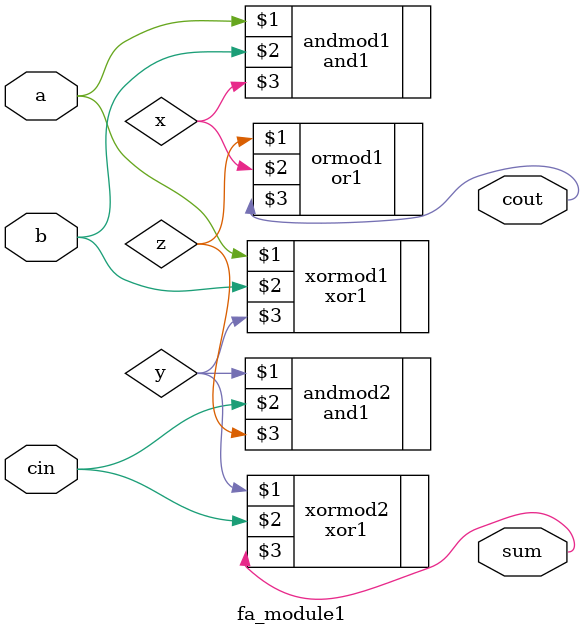
<source format=v>
module fa_module1(a,b,cin,sum,cout);
    input a,b,cin;
    output sum,cout;
    wire x,y,z;

and1 andmod1(a,b,x);
xor1 xormod1(a,b,y);
xor1 xormod2(y,cin,sum);
and1 andmod2(y,cin,z);
or1 ormod1(z,x,cout);
endmodule

</source>
